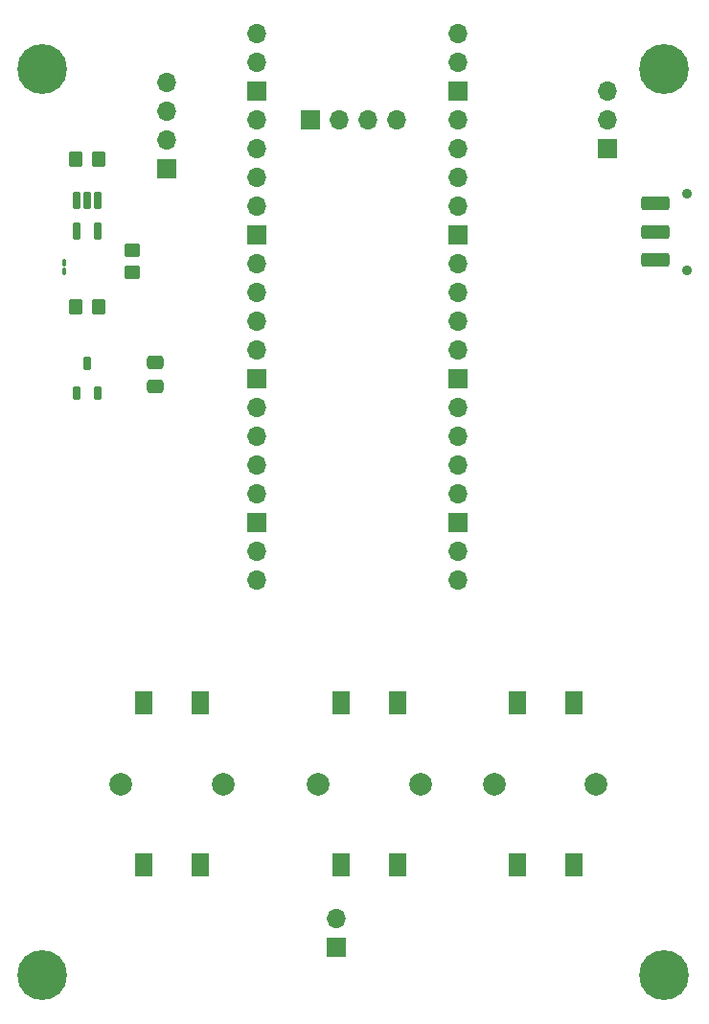
<source format=gbr>
%TF.GenerationSoftware,KiCad,Pcbnew,8.0.5*%
%TF.CreationDate,2024-10-31T02:19:14+01:00*%
%TF.ProjectId,trinket,7472696e-6b65-4742-9e6b-696361645f70,rev?*%
%TF.SameCoordinates,Original*%
%TF.FileFunction,Soldermask,Top*%
%TF.FilePolarity,Negative*%
%FSLAX46Y46*%
G04 Gerber Fmt 4.6, Leading zero omitted, Abs format (unit mm)*
G04 Created by KiCad (PCBNEW 8.0.5) date 2024-10-31 02:19:14*
%MOMM*%
%LPD*%
G01*
G04 APERTURE LIST*
G04 Aperture macros list*
%AMRoundRect*
0 Rectangle with rounded corners*
0 $1 Rounding radius*
0 $2 $3 $4 $5 $6 $7 $8 $9 X,Y pos of 4 corners*
0 Add a 4 corners polygon primitive as box body*
4,1,4,$2,$3,$4,$5,$6,$7,$8,$9,$2,$3,0*
0 Add four circle primitives for the rounded corners*
1,1,$1+$1,$2,$3*
1,1,$1+$1,$4,$5*
1,1,$1+$1,$6,$7*
1,1,$1+$1,$8,$9*
0 Add four rect primitives between the rounded corners*
20,1,$1+$1,$2,$3,$4,$5,0*
20,1,$1+$1,$4,$5,$6,$7,0*
20,1,$1+$1,$6,$7,$8,$9,0*
20,1,$1+$1,$8,$9,$2,$3,0*%
G04 Aperture macros list end*
%ADD10R,1.700000X1.700000*%
%ADD11O,1.700000X1.700000*%
%ADD12C,0.900000*%
%ADD13RoundRect,0.250000X1.000000X-0.375000X1.000000X0.375000X-1.000000X0.375000X-1.000000X-0.375000X0*%
%ADD14C,2.000000*%
%ADD15R,1.500000X2.000000*%
%ADD16RoundRect,0.250000X0.475000X-0.337500X0.475000X0.337500X-0.475000X0.337500X-0.475000X-0.337500X0*%
%ADD17RoundRect,0.250000X-0.450000X0.350000X-0.450000X-0.350000X0.450000X-0.350000X0.450000X0.350000X0*%
%ADD18C,4.400000*%
%ADD19RoundRect,0.250000X-0.350000X-0.450000X0.350000X-0.450000X0.350000X0.450000X-0.350000X0.450000X0*%
%ADD20RoundRect,0.100000X-0.100000X0.217500X-0.100000X-0.217500X0.100000X-0.217500X0.100000X0.217500X0*%
%ADD21RoundRect,0.250000X0.350000X0.450000X-0.350000X0.450000X-0.350000X-0.450000X0.350000X-0.450000X0*%
%ADD22RoundRect,0.162500X0.162500X-0.447500X0.162500X0.447500X-0.162500X0.447500X-0.162500X-0.447500X0*%
%ADD23RoundRect,0.162500X-0.162500X0.617500X-0.162500X-0.617500X0.162500X-0.617500X0.162500X0.617500X0*%
G04 APERTURE END LIST*
D10*
%TO.C,J1*%
X108700000Y-59500000D03*
D11*
X111240000Y-59500000D03*
X113780000Y-59500000D03*
X116320000Y-59500000D03*
%TD*%
D12*
%TO.C,SW1*%
X142000000Y-72800000D03*
X142000000Y-66000000D03*
D13*
X139250000Y-71900000D03*
X139250000Y-69400000D03*
X139250000Y-66900000D03*
%TD*%
D10*
%TO.C,J8*%
X135000000Y-62080000D03*
D11*
X135000000Y-59540000D03*
X135000000Y-57000000D03*
%TD*%
D14*
%TO.C,SW4*%
X125000000Y-118150000D03*
X134000000Y-118150000D03*
D15*
X127000000Y-125300000D03*
X127000000Y-111000000D03*
X132000000Y-125300000D03*
X132000000Y-111000000D03*
%TD*%
D16*
%TO.C,C2*%
X95000000Y-83037500D03*
X95000000Y-80962500D03*
%TD*%
D14*
%TO.C,SW2*%
X92000000Y-118150000D03*
X101000000Y-118150000D03*
D15*
X94000000Y-125300000D03*
X94000000Y-111000000D03*
X99000000Y-125300000D03*
X99000000Y-111000000D03*
%TD*%
D10*
%TO.C,J9*%
X111000000Y-132540000D03*
D11*
X111000000Y-130000000D03*
%TD*%
D17*
%TO.C,R1*%
X93000000Y-71000000D03*
X93000000Y-73000000D03*
%TD*%
D18*
%TO.C,J3*%
X85000000Y-55000000D03*
%TD*%
D19*
%TO.C,C3*%
X88000000Y-63000000D03*
X90000000Y-63000000D03*
%TD*%
D18*
%TO.C,J4*%
X140000000Y-55000000D03*
%TD*%
%TO.C,J6*%
X140000000Y-135000000D03*
%TD*%
D20*
%TO.C,D1*%
X87000000Y-72092500D03*
X87000000Y-72907500D03*
%TD*%
D18*
%TO.C,J5*%
X85000000Y-135000000D03*
%TD*%
D21*
%TO.C,R2*%
X90000000Y-76000000D03*
X88000000Y-76000000D03*
%TD*%
D22*
%TO.C,Q1*%
X88050000Y-83620000D03*
X89950000Y-83620000D03*
X89000000Y-81000000D03*
%TD*%
D23*
%TO.C,U2*%
X89950000Y-66650000D03*
X89000000Y-66650000D03*
X88050000Y-66650000D03*
X88050000Y-69350000D03*
X89950000Y-69350000D03*
%TD*%
D10*
%TO.C,J2*%
X96000000Y-63800000D03*
D11*
X96000000Y-61260000D03*
X96000000Y-58720000D03*
X96000000Y-56180000D03*
%TD*%
D14*
%TO.C,SW3*%
X109450000Y-118150000D03*
X118450000Y-118150000D03*
D15*
X111450000Y-125300000D03*
X111450000Y-111000000D03*
X116450000Y-125300000D03*
X116450000Y-111000000D03*
%TD*%
D11*
%TO.C,U1*%
X121780000Y-51900000D03*
X121780000Y-54440000D03*
D10*
X121780000Y-56980000D03*
D11*
X121780000Y-59520000D03*
X121780000Y-62060000D03*
X121780000Y-64600000D03*
X121780000Y-67140000D03*
D10*
X121780000Y-69680000D03*
D11*
X121780000Y-72220000D03*
X121780000Y-74760000D03*
X121780000Y-77300000D03*
X121780000Y-79840000D03*
D10*
X121780000Y-82380000D03*
D11*
X121780000Y-84920000D03*
X121780000Y-87460000D03*
X121780000Y-90000000D03*
X121780000Y-92540000D03*
D10*
X121780000Y-95080000D03*
D11*
X121780000Y-97620000D03*
X121780000Y-100160000D03*
X104000000Y-100160000D03*
X104000000Y-97620000D03*
D10*
X104000000Y-95080000D03*
D11*
X104000000Y-92540000D03*
X104000000Y-90000000D03*
X104000000Y-87460000D03*
X104000000Y-84920000D03*
D10*
X104000000Y-82380000D03*
D11*
X104000000Y-79840000D03*
X104000000Y-77300000D03*
X104000000Y-74760000D03*
X104000000Y-72220000D03*
D10*
X104000000Y-69680000D03*
D11*
X104000000Y-67140000D03*
X104000000Y-64600000D03*
X104000000Y-62060000D03*
X104000000Y-59520000D03*
D10*
X104000000Y-56980000D03*
D11*
X104000000Y-54440000D03*
X104000000Y-51900000D03*
%TD*%
M02*

</source>
